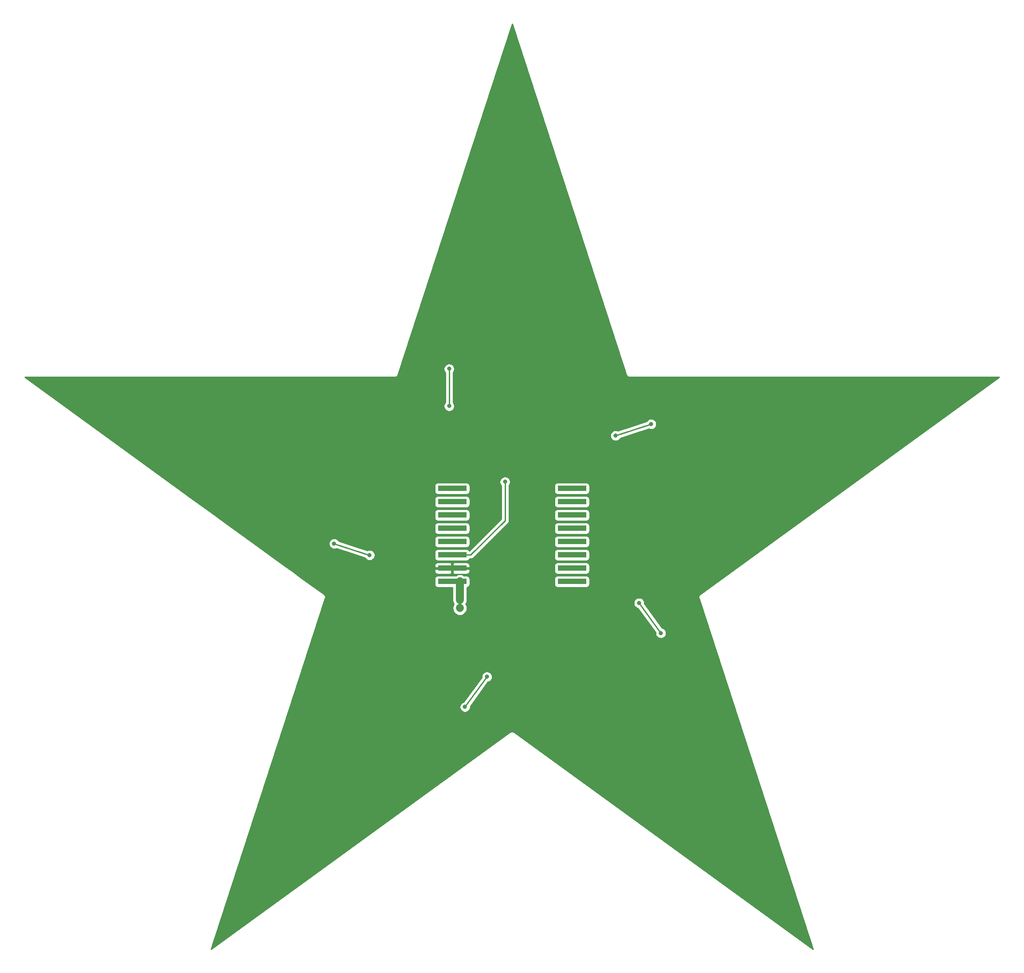
<source format=gbr>
%TF.GenerationSoftware,KiCad,Pcbnew,5.1.12-84ad8e8a86~92~ubuntu20.04.1*%
%TF.CreationDate,2021-11-29T16:52:28+01:00*%
%TF.ProjectId,RGBchristmasStar,52474263-6872-4697-9374-6d6173537461,rev?*%
%TF.SameCoordinates,Original*%
%TF.FileFunction,Copper,L2,Bot*%
%TF.FilePolarity,Positive*%
%FSLAX46Y46*%
G04 Gerber Fmt 4.6, Leading zero omitted, Abs format (unit mm)*
G04 Created by KiCad (PCBNEW 5.1.12-84ad8e8a86~92~ubuntu20.04.1) date 2021-11-29 16:52:28*
%MOMM*%
%LPD*%
G01*
G04 APERTURE LIST*
%TA.AperFunction,SMDPad,CuDef*%
%ADD10R,5.500000X1.000000*%
%TD*%
%TA.AperFunction,ViaPad*%
%ADD11C,0.800000*%
%TD*%
%TA.AperFunction,Conductor*%
%ADD12C,1.500000*%
%TD*%
%TA.AperFunction,Conductor*%
%ADD13C,0.250000*%
%TD*%
%TA.AperFunction,Conductor*%
%ADD14C,0.254000*%
%TD*%
%TA.AperFunction,Conductor*%
%ADD15C,0.100000*%
%TD*%
G04 APERTURE END LIST*
D10*
%TO.P,U1,16*%
%TO.N,Net-(U1-Pad16)*%
X96570000Y-104050000D03*
%TO.P,U1,15*%
%TO.N,Net-(U1-Pad15)*%
X96570000Y-106590000D03*
%TO.P,U1,14*%
%TO.N,Net-(U1-Pad14)*%
X96570000Y-109130000D03*
%TO.P,U1,13*%
%TO.N,Net-(U1-Pad13)*%
X96570000Y-111670000D03*
%TO.P,U1,12*%
%TO.N,Net-(U1-Pad12)*%
X96570000Y-114210000D03*
%TO.P,U1,11*%
%TO.N,Din*%
X96570000Y-116750000D03*
%TO.P,U1,10*%
%TO.N,GND*%
X96570000Y-119290000D03*
%TO.P,U1,9*%
%TO.N,+5V*%
X96570000Y-121830000D03*
%TO.P,U1,8*%
%TO.N,Net-(U1-Pad8)*%
X119430000Y-121830000D03*
%TO.P,U1,7*%
%TO.N,Net-(U1-Pad7)*%
X119430000Y-119290000D03*
%TO.P,U1,6*%
%TO.N,Net-(U1-Pad6)*%
X119430000Y-116750000D03*
%TO.P,U1,5*%
%TO.N,Net-(U1-Pad5)*%
X119430000Y-114210000D03*
%TO.P,U1,4*%
%TO.N,Net-(U1-Pad4)*%
X119430000Y-111670000D03*
%TO.P,U1,3*%
%TO.N,Net-(U1-Pad3)*%
X119430000Y-109130000D03*
%TO.P,U1,2*%
%TO.N,Net-(U1-Pad2)*%
X119430000Y-106590000D03*
%TO.P,U1,1*%
%TO.N,Net-(U1-Pad1)*%
X119430000Y-104050000D03*
%TD*%
D11*
%TO.N,GND*%
X111406000Y-134340000D03*
X111378000Y-138940000D03*
X104594000Y-81500000D03*
X104622000Y-76900000D03*
X104594000Y-70070000D03*
X104622000Y-65470000D03*
X104594000Y-58640000D03*
X104622000Y-54040000D03*
X103870000Y-115884000D03*
X108470000Y-115912000D03*
X103870000Y-103184000D03*
X108470000Y-103212000D03*
X72623000Y-105057155D03*
X89513812Y-144191052D03*
X131951907Y-140219975D03*
X141289281Y-98631818D03*
X55248056Y-99441135D03*
X78803506Y-158980160D03*
X142707518Y-154976167D03*
X158646920Y-92962538D03*
X61752424Y-101525091D03*
X82795426Y-153438116D03*
X138670292Y-149467039D03*
X152159857Y-95099753D03*
X50881848Y-97993027D03*
X76077041Y-162685181D03*
X145388678Y-158714103D03*
X163030433Y-91567689D03*
X76989208Y-106505263D03*
X92240276Y-140486032D03*
X129270747Y-136482039D03*
X136905768Y-100026666D03*
X66118632Y-102973199D03*
X85521891Y-149733096D03*
X135989133Y-145729103D03*
X147776344Y-96494602D03*
X129348058Y-116355124D03*
X117787825Y-93733581D03*
X92701151Y-97737574D03*
X88756966Y-122833721D03*
X133714265Y-117803232D03*
X120514290Y-90028561D03*
X90019991Y-93999638D03*
X84373453Y-124228570D03*
%TO.N,+5V*%
X98024000Y-126910000D03*
X98024000Y-125386000D03*
X98024000Y-123862000D03*
%TO.N,Din*%
X106660000Y-102780000D03*
%TO.N,Net-(D3-Pad2)*%
X99017227Y-145792956D03*
X103197556Y-140039227D03*
%TO.N,Net-(D7-Pad2)*%
X74036216Y-114590456D03*
X80800130Y-116788185D03*
%TO.N,Net-(D11-Pad2)*%
X95992000Y-81190000D03*
X95992000Y-88302000D03*
%TO.N,Net-(D15-Pad2)*%
X134542432Y-91749883D03*
X127778518Y-93947612D03*
%TO.N,Net-(D19-Pad2)*%
X136412125Y-131676705D03*
X132231796Y-125922976D03*
%TD*%
D12*
%TO.N,+5V*%
X98024000Y-121830000D02*
X98024000Y-123862000D01*
X98024000Y-126910000D02*
X98024000Y-126910000D01*
X98024000Y-125386000D02*
X98024000Y-123862000D01*
X98024000Y-123862000D02*
X98024000Y-122338000D01*
D13*
%TO.N,Din*%
X106660000Y-110210000D02*
X106660000Y-102780000D01*
X100120000Y-116750000D02*
X106660000Y-110210000D01*
X98220000Y-116750000D02*
X100120000Y-116750000D01*
%TO.N,Net-(D3-Pad2)*%
X99017227Y-145792956D02*
X103197556Y-140039227D01*
%TO.N,Net-(D7-Pad2)*%
X74036216Y-114590456D02*
X80800130Y-116788185D01*
%TO.N,Net-(D11-Pad2)*%
X95992000Y-81190000D02*
X95992000Y-88302000D01*
%TO.N,Net-(D15-Pad2)*%
X134542432Y-91749883D02*
X127778518Y-93947612D01*
%TO.N,Net-(D19-Pad2)*%
X136412125Y-131676705D02*
X132231796Y-125922976D01*
%TD*%
D14*
%TO.N,GND*%
X129794327Y-82333851D02*
X129811310Y-82389826D01*
X129829711Y-82424249D01*
X129845357Y-82460022D01*
X129860289Y-82481449D01*
X129872601Y-82504480D01*
X129897367Y-82534654D01*
X129919689Y-82566685D01*
X129938517Y-82584790D01*
X129955083Y-82604973D01*
X129985253Y-82629730D01*
X130013401Y-82656797D01*
X130035403Y-82670883D01*
X130055586Y-82687445D01*
X130090007Y-82705841D01*
X130122893Y-82726895D01*
X130147220Y-82736418D01*
X130170246Y-82748724D01*
X130207595Y-82760052D01*
X130243957Y-82774286D01*
X130269669Y-82778879D01*
X130294658Y-82786458D01*
X130333510Y-82790283D01*
X130371939Y-82797147D01*
X130430446Y-82796001D01*
X200969444Y-82792396D01*
X143900050Y-124251282D01*
X143852071Y-124284726D01*
X143825025Y-124312858D01*
X143795831Y-124338798D01*
X143780062Y-124359627D01*
X143761969Y-124378447D01*
X143740932Y-124411314D01*
X143717358Y-124442453D01*
X143705953Y-124465963D01*
X143691882Y-124487947D01*
X143677665Y-124524278D01*
X143660615Y-124559424D01*
X143654016Y-124584709D01*
X143644504Y-124609015D01*
X143637647Y-124647426D01*
X143627783Y-124685219D01*
X143626243Y-124711305D01*
X143621656Y-124737000D01*
X143622424Y-124776009D01*
X143620122Y-124815001D01*
X143623700Y-124840880D01*
X143624214Y-124866982D01*
X143632581Y-124905107D01*
X143637929Y-124943784D01*
X143657113Y-124999114D01*
X165458276Y-192084533D01*
X108393153Y-150619838D01*
X108346488Y-150584518D01*
X108311366Y-150567485D01*
X108277682Y-150547740D01*
X108253009Y-150539183D01*
X108229511Y-150527787D01*
X108191731Y-150517930D01*
X108154852Y-150505140D01*
X108128988Y-150501561D01*
X108103713Y-150494967D01*
X108064738Y-150492671D01*
X108026071Y-150487320D01*
X108000002Y-150488856D01*
X107973929Y-150487320D01*
X107935252Y-150492672D01*
X107896288Y-150494968D01*
X107871021Y-150501560D01*
X107845148Y-150505140D01*
X107808261Y-150517933D01*
X107770490Y-150527787D01*
X107746996Y-150539181D01*
X107722317Y-150547740D01*
X107688629Y-150567487D01*
X107653512Y-150584518D01*
X107606873Y-150619819D01*
X50541722Y-192084535D01*
X65618512Y-145691017D01*
X97982227Y-145691017D01*
X97982227Y-145894895D01*
X98022001Y-146094854D01*
X98100022Y-146283212D01*
X98213290Y-146452730D01*
X98357453Y-146596893D01*
X98526971Y-146710161D01*
X98715329Y-146788182D01*
X98915288Y-146827956D01*
X99119166Y-146827956D01*
X99319125Y-146788182D01*
X99507483Y-146710161D01*
X99677001Y-146596893D01*
X99821164Y-146452730D01*
X99934432Y-146283212D01*
X100012453Y-146094854D01*
X100052227Y-145894895D01*
X100052227Y-145691017D01*
X100047600Y-145667757D01*
X103399439Y-141054347D01*
X103499454Y-141034453D01*
X103687812Y-140956432D01*
X103857330Y-140843164D01*
X104001493Y-140699001D01*
X104114761Y-140529483D01*
X104192782Y-140341125D01*
X104232556Y-140141166D01*
X104232556Y-139937288D01*
X104192782Y-139737329D01*
X104114761Y-139548971D01*
X104001493Y-139379453D01*
X103857330Y-139235290D01*
X103687812Y-139122022D01*
X103499454Y-139044001D01*
X103299495Y-139004227D01*
X103095617Y-139004227D01*
X102895658Y-139044001D01*
X102707300Y-139122022D01*
X102537782Y-139235290D01*
X102393619Y-139379453D01*
X102280351Y-139548971D01*
X102202330Y-139737329D01*
X102162556Y-139937288D01*
X102162556Y-140141166D01*
X102167182Y-140164425D01*
X98815344Y-144777836D01*
X98715329Y-144797730D01*
X98526971Y-144875751D01*
X98357453Y-144989019D01*
X98213290Y-145133182D01*
X98100022Y-145302700D01*
X98022001Y-145491058D01*
X97982227Y-145691017D01*
X65618512Y-145691017D01*
X72342893Y-124999100D01*
X72362071Y-124943784D01*
X72367419Y-124905110D01*
X72375786Y-124866983D01*
X72376300Y-124840880D01*
X72379878Y-124815001D01*
X72377576Y-124776009D01*
X72378344Y-124737000D01*
X72373757Y-124711305D01*
X72372217Y-124685218D01*
X72362353Y-124647423D01*
X72355496Y-124609015D01*
X72345985Y-124584711D01*
X72339385Y-124559423D01*
X72322333Y-124524273D01*
X72308118Y-124487947D01*
X72294049Y-124465966D01*
X72282642Y-124442452D01*
X72259063Y-124411305D01*
X72238031Y-124378447D01*
X72219945Y-124359635D01*
X72204170Y-124338797D01*
X72174965Y-124312848D01*
X72147929Y-124284726D01*
X72099984Y-124251306D01*
X68078720Y-121330000D01*
X93181928Y-121330000D01*
X93181928Y-122330000D01*
X93194188Y-122454482D01*
X93230498Y-122574180D01*
X93289463Y-122684494D01*
X93368815Y-122781185D01*
X93465506Y-122860537D01*
X93575820Y-122919502D01*
X93695518Y-122955812D01*
X93820000Y-122968072D01*
X96639000Y-122968072D01*
X96639000Y-125454036D01*
X96659040Y-125657506D01*
X96738236Y-125918580D01*
X96860863Y-126148000D01*
X96738236Y-126377419D01*
X96659040Y-126638493D01*
X96632299Y-126910000D01*
X96659040Y-127181507D01*
X96738236Y-127442581D01*
X96866843Y-127683188D01*
X97039919Y-127894081D01*
X97250812Y-128067157D01*
X97491419Y-128195764D01*
X97752493Y-128274960D01*
X97955963Y-128295000D01*
X98092037Y-128295000D01*
X98295507Y-128274960D01*
X98556581Y-128195764D01*
X98797188Y-128067157D01*
X99008081Y-127894081D01*
X99181157Y-127683188D01*
X99309764Y-127442581D01*
X99388960Y-127181507D01*
X99415701Y-126910000D01*
X99388960Y-126638493D01*
X99309764Y-126377419D01*
X99187137Y-126148000D01*
X99309764Y-125918581D01*
X99339353Y-125821037D01*
X131196796Y-125821037D01*
X131196796Y-126024915D01*
X131236570Y-126224874D01*
X131314591Y-126413232D01*
X131427859Y-126582750D01*
X131572022Y-126726913D01*
X131741540Y-126840181D01*
X131929898Y-126918202D01*
X132029913Y-126938096D01*
X135381751Y-131551507D01*
X135377125Y-131574766D01*
X135377125Y-131778644D01*
X135416899Y-131978603D01*
X135494920Y-132166961D01*
X135608188Y-132336479D01*
X135752351Y-132480642D01*
X135921869Y-132593910D01*
X136110227Y-132671931D01*
X136310186Y-132711705D01*
X136514064Y-132711705D01*
X136714023Y-132671931D01*
X136902381Y-132593910D01*
X137071899Y-132480642D01*
X137216062Y-132336479D01*
X137329330Y-132166961D01*
X137407351Y-131978603D01*
X137447125Y-131778644D01*
X137447125Y-131574766D01*
X137407351Y-131374807D01*
X137329330Y-131186449D01*
X137216062Y-131016931D01*
X137071899Y-130872768D01*
X136902381Y-130759500D01*
X136714023Y-130681479D01*
X136614008Y-130661585D01*
X133262169Y-126048175D01*
X133266796Y-126024915D01*
X133266796Y-125821037D01*
X133227022Y-125621078D01*
X133149001Y-125432720D01*
X133035733Y-125263202D01*
X132891570Y-125119039D01*
X132722052Y-125005771D01*
X132533694Y-124927750D01*
X132333735Y-124887976D01*
X132129857Y-124887976D01*
X131929898Y-124927750D01*
X131741540Y-125005771D01*
X131572022Y-125119039D01*
X131427859Y-125263202D01*
X131314591Y-125432720D01*
X131236570Y-125621078D01*
X131196796Y-125821037D01*
X99339353Y-125821037D01*
X99388960Y-125657507D01*
X99409000Y-125454037D01*
X99409000Y-122959307D01*
X99444482Y-122955812D01*
X99564180Y-122919502D01*
X99674494Y-122860537D01*
X99771185Y-122781185D01*
X99850537Y-122684494D01*
X99909502Y-122574180D01*
X99945812Y-122454482D01*
X99958072Y-122330000D01*
X99958072Y-121330000D01*
X116041928Y-121330000D01*
X116041928Y-122330000D01*
X116054188Y-122454482D01*
X116090498Y-122574180D01*
X116149463Y-122684494D01*
X116228815Y-122781185D01*
X116325506Y-122860537D01*
X116435820Y-122919502D01*
X116555518Y-122955812D01*
X116680000Y-122968072D01*
X122180000Y-122968072D01*
X122304482Y-122955812D01*
X122424180Y-122919502D01*
X122534494Y-122860537D01*
X122631185Y-122781185D01*
X122710537Y-122684494D01*
X122769502Y-122574180D01*
X122805812Y-122454482D01*
X122818072Y-122330000D01*
X122818072Y-121330000D01*
X122805812Y-121205518D01*
X122769502Y-121085820D01*
X122710537Y-120975506D01*
X122631185Y-120878815D01*
X122534494Y-120799463D01*
X122424180Y-120740498D01*
X122304482Y-120704188D01*
X122180000Y-120691928D01*
X116680000Y-120691928D01*
X116555518Y-120704188D01*
X116435820Y-120740498D01*
X116325506Y-120799463D01*
X116228815Y-120878815D01*
X116149463Y-120975506D01*
X116090498Y-121085820D01*
X116054188Y-121205518D01*
X116041928Y-121330000D01*
X99958072Y-121330000D01*
X99945812Y-121205518D01*
X99909502Y-121085820D01*
X99850537Y-120975506D01*
X99771185Y-120878815D01*
X99674494Y-120799463D01*
X99564180Y-120740498D01*
X99444482Y-120704188D01*
X99320000Y-120691928D01*
X98820442Y-120691928D01*
X98797187Y-120672843D01*
X98556580Y-120544236D01*
X98295506Y-120465040D01*
X98024000Y-120438299D01*
X97752493Y-120465040D01*
X97491419Y-120544236D01*
X97250812Y-120672843D01*
X97227557Y-120691928D01*
X93820000Y-120691928D01*
X93695518Y-120704188D01*
X93575820Y-120740498D01*
X93465506Y-120799463D01*
X93368815Y-120878815D01*
X93289463Y-120975506D01*
X93230498Y-121085820D01*
X93194188Y-121205518D01*
X93181928Y-121330000D01*
X68078720Y-121330000D01*
X65958864Y-119790000D01*
X93181928Y-119790000D01*
X93194188Y-119914482D01*
X93230498Y-120034180D01*
X93289463Y-120144494D01*
X93368815Y-120241185D01*
X93465506Y-120320537D01*
X93575820Y-120379502D01*
X93695518Y-120415812D01*
X93820000Y-120428072D01*
X96284250Y-120425000D01*
X96443000Y-120266250D01*
X96443000Y-119417000D01*
X96697000Y-119417000D01*
X96697000Y-120266250D01*
X96855750Y-120425000D01*
X99320000Y-120428072D01*
X99444482Y-120415812D01*
X99564180Y-120379502D01*
X99674494Y-120320537D01*
X99771185Y-120241185D01*
X99850537Y-120144494D01*
X99909502Y-120034180D01*
X99945812Y-119914482D01*
X99958072Y-119790000D01*
X99955000Y-119575750D01*
X99796250Y-119417000D01*
X96697000Y-119417000D01*
X96443000Y-119417000D01*
X93343750Y-119417000D01*
X93185000Y-119575750D01*
X93181928Y-119790000D01*
X65958864Y-119790000D01*
X64582335Y-118790000D01*
X93181928Y-118790000D01*
X93185000Y-119004250D01*
X93343750Y-119163000D01*
X96443000Y-119163000D01*
X96443000Y-118313750D01*
X96697000Y-118313750D01*
X96697000Y-119163000D01*
X99796250Y-119163000D01*
X99955000Y-119004250D01*
X99958072Y-118790000D01*
X116041928Y-118790000D01*
X116041928Y-119790000D01*
X116054188Y-119914482D01*
X116090498Y-120034180D01*
X116149463Y-120144494D01*
X116228815Y-120241185D01*
X116325506Y-120320537D01*
X116435820Y-120379502D01*
X116555518Y-120415812D01*
X116680000Y-120428072D01*
X122180000Y-120428072D01*
X122304482Y-120415812D01*
X122424180Y-120379502D01*
X122534494Y-120320537D01*
X122631185Y-120241185D01*
X122710537Y-120144494D01*
X122769502Y-120034180D01*
X122805812Y-119914482D01*
X122818072Y-119790000D01*
X122818072Y-118790000D01*
X122805812Y-118665518D01*
X122769502Y-118545820D01*
X122710537Y-118435506D01*
X122631185Y-118338815D01*
X122534494Y-118259463D01*
X122424180Y-118200498D01*
X122304482Y-118164188D01*
X122180000Y-118151928D01*
X116680000Y-118151928D01*
X116555518Y-118164188D01*
X116435820Y-118200498D01*
X116325506Y-118259463D01*
X116228815Y-118338815D01*
X116149463Y-118435506D01*
X116090498Y-118545820D01*
X116054188Y-118665518D01*
X116041928Y-118790000D01*
X99958072Y-118790000D01*
X99945812Y-118665518D01*
X99909502Y-118545820D01*
X99850537Y-118435506D01*
X99771185Y-118338815D01*
X99674494Y-118259463D01*
X99564180Y-118200498D01*
X99444482Y-118164188D01*
X99320000Y-118151928D01*
X96855750Y-118155000D01*
X96697000Y-118313750D01*
X96443000Y-118313750D01*
X96284250Y-118155000D01*
X93820000Y-118151928D01*
X93695518Y-118164188D01*
X93575820Y-118200498D01*
X93465506Y-118259463D01*
X93368815Y-118338815D01*
X93289463Y-118435506D01*
X93230498Y-118545820D01*
X93194188Y-118665518D01*
X93181928Y-118790000D01*
X64582335Y-118790000D01*
X58661214Y-114488517D01*
X73001216Y-114488517D01*
X73001216Y-114692395D01*
X73040990Y-114892354D01*
X73119011Y-115080712D01*
X73232279Y-115250230D01*
X73376442Y-115394393D01*
X73545960Y-115507661D01*
X73734318Y-115585682D01*
X73934277Y-115625456D01*
X74138155Y-115625456D01*
X74338114Y-115585682D01*
X74470732Y-115530749D01*
X79892174Y-117292283D01*
X79996193Y-117447959D01*
X80140356Y-117592122D01*
X80309874Y-117705390D01*
X80498232Y-117783411D01*
X80698191Y-117823185D01*
X80902069Y-117823185D01*
X81102028Y-117783411D01*
X81290386Y-117705390D01*
X81459904Y-117592122D01*
X81604067Y-117447959D01*
X81717335Y-117278441D01*
X81795356Y-117090083D01*
X81835130Y-116890124D01*
X81835130Y-116686246D01*
X81795356Y-116486287D01*
X81717335Y-116297929D01*
X81685310Y-116250000D01*
X93181928Y-116250000D01*
X93181928Y-117250000D01*
X93194188Y-117374482D01*
X93230498Y-117494180D01*
X93289463Y-117604494D01*
X93368815Y-117701185D01*
X93465506Y-117780537D01*
X93575820Y-117839502D01*
X93695518Y-117875812D01*
X93820000Y-117888072D01*
X99320000Y-117888072D01*
X99444482Y-117875812D01*
X99564180Y-117839502D01*
X99674494Y-117780537D01*
X99771185Y-117701185D01*
X99850537Y-117604494D01*
X99901046Y-117510000D01*
X100082678Y-117510000D01*
X100120000Y-117513676D01*
X100157322Y-117510000D01*
X100157333Y-117510000D01*
X100268986Y-117499003D01*
X100412247Y-117455546D01*
X100544276Y-117384974D01*
X100660001Y-117290001D01*
X100683804Y-117260997D01*
X101694801Y-116250000D01*
X116041928Y-116250000D01*
X116041928Y-117250000D01*
X116054188Y-117374482D01*
X116090498Y-117494180D01*
X116149463Y-117604494D01*
X116228815Y-117701185D01*
X116325506Y-117780537D01*
X116435820Y-117839502D01*
X116555518Y-117875812D01*
X116680000Y-117888072D01*
X122180000Y-117888072D01*
X122304482Y-117875812D01*
X122424180Y-117839502D01*
X122534494Y-117780537D01*
X122631185Y-117701185D01*
X122710537Y-117604494D01*
X122769502Y-117494180D01*
X122805812Y-117374482D01*
X122818072Y-117250000D01*
X122818072Y-116250000D01*
X122805812Y-116125518D01*
X122769502Y-116005820D01*
X122710537Y-115895506D01*
X122631185Y-115798815D01*
X122534494Y-115719463D01*
X122424180Y-115660498D01*
X122304482Y-115624188D01*
X122180000Y-115611928D01*
X116680000Y-115611928D01*
X116555518Y-115624188D01*
X116435820Y-115660498D01*
X116325506Y-115719463D01*
X116228815Y-115798815D01*
X116149463Y-115895506D01*
X116090498Y-116005820D01*
X116054188Y-116125518D01*
X116041928Y-116250000D01*
X101694801Y-116250000D01*
X104234801Y-113710000D01*
X116041928Y-113710000D01*
X116041928Y-114710000D01*
X116054188Y-114834482D01*
X116090498Y-114954180D01*
X116149463Y-115064494D01*
X116228815Y-115161185D01*
X116325506Y-115240537D01*
X116435820Y-115299502D01*
X116555518Y-115335812D01*
X116680000Y-115348072D01*
X122180000Y-115348072D01*
X122304482Y-115335812D01*
X122424180Y-115299502D01*
X122534494Y-115240537D01*
X122631185Y-115161185D01*
X122710537Y-115064494D01*
X122769502Y-114954180D01*
X122805812Y-114834482D01*
X122818072Y-114710000D01*
X122818072Y-113710000D01*
X122805812Y-113585518D01*
X122769502Y-113465820D01*
X122710537Y-113355506D01*
X122631185Y-113258815D01*
X122534494Y-113179463D01*
X122424180Y-113120498D01*
X122304482Y-113084188D01*
X122180000Y-113071928D01*
X116680000Y-113071928D01*
X116555518Y-113084188D01*
X116435820Y-113120498D01*
X116325506Y-113179463D01*
X116228815Y-113258815D01*
X116149463Y-113355506D01*
X116090498Y-113465820D01*
X116054188Y-113585518D01*
X116041928Y-113710000D01*
X104234801Y-113710000D01*
X106774801Y-111170000D01*
X116041928Y-111170000D01*
X116041928Y-112170000D01*
X116054188Y-112294482D01*
X116090498Y-112414180D01*
X116149463Y-112524494D01*
X116228815Y-112621185D01*
X116325506Y-112700537D01*
X116435820Y-112759502D01*
X116555518Y-112795812D01*
X116680000Y-112808072D01*
X122180000Y-112808072D01*
X122304482Y-112795812D01*
X122424180Y-112759502D01*
X122534494Y-112700537D01*
X122631185Y-112621185D01*
X122710537Y-112524494D01*
X122769502Y-112414180D01*
X122805812Y-112294482D01*
X122818072Y-112170000D01*
X122818072Y-111170000D01*
X122805812Y-111045518D01*
X122769502Y-110925820D01*
X122710537Y-110815506D01*
X122631185Y-110718815D01*
X122534494Y-110639463D01*
X122424180Y-110580498D01*
X122304482Y-110544188D01*
X122180000Y-110531928D01*
X116680000Y-110531928D01*
X116555518Y-110544188D01*
X116435820Y-110580498D01*
X116325506Y-110639463D01*
X116228815Y-110718815D01*
X116149463Y-110815506D01*
X116090498Y-110925820D01*
X116054188Y-111045518D01*
X116041928Y-111170000D01*
X106774801Y-111170000D01*
X107171004Y-110773798D01*
X107200001Y-110750001D01*
X107294974Y-110634276D01*
X107365546Y-110502247D01*
X107409003Y-110358986D01*
X107420000Y-110247333D01*
X107420000Y-110247325D01*
X107423676Y-110210000D01*
X107420000Y-110172675D01*
X107420000Y-108630000D01*
X116041928Y-108630000D01*
X116041928Y-109630000D01*
X116054188Y-109754482D01*
X116090498Y-109874180D01*
X116149463Y-109984494D01*
X116228815Y-110081185D01*
X116325506Y-110160537D01*
X116435820Y-110219502D01*
X116555518Y-110255812D01*
X116680000Y-110268072D01*
X122180000Y-110268072D01*
X122304482Y-110255812D01*
X122424180Y-110219502D01*
X122534494Y-110160537D01*
X122631185Y-110081185D01*
X122710537Y-109984494D01*
X122769502Y-109874180D01*
X122805812Y-109754482D01*
X122818072Y-109630000D01*
X122818072Y-108630000D01*
X122805812Y-108505518D01*
X122769502Y-108385820D01*
X122710537Y-108275506D01*
X122631185Y-108178815D01*
X122534494Y-108099463D01*
X122424180Y-108040498D01*
X122304482Y-108004188D01*
X122180000Y-107991928D01*
X116680000Y-107991928D01*
X116555518Y-108004188D01*
X116435820Y-108040498D01*
X116325506Y-108099463D01*
X116228815Y-108178815D01*
X116149463Y-108275506D01*
X116090498Y-108385820D01*
X116054188Y-108505518D01*
X116041928Y-108630000D01*
X107420000Y-108630000D01*
X107420000Y-106090000D01*
X116041928Y-106090000D01*
X116041928Y-107090000D01*
X116054188Y-107214482D01*
X116090498Y-107334180D01*
X116149463Y-107444494D01*
X116228815Y-107541185D01*
X116325506Y-107620537D01*
X116435820Y-107679502D01*
X116555518Y-107715812D01*
X116680000Y-107728072D01*
X122180000Y-107728072D01*
X122304482Y-107715812D01*
X122424180Y-107679502D01*
X122534494Y-107620537D01*
X122631185Y-107541185D01*
X122710537Y-107444494D01*
X122769502Y-107334180D01*
X122805812Y-107214482D01*
X122818072Y-107090000D01*
X122818072Y-106090000D01*
X122805812Y-105965518D01*
X122769502Y-105845820D01*
X122710537Y-105735506D01*
X122631185Y-105638815D01*
X122534494Y-105559463D01*
X122424180Y-105500498D01*
X122304482Y-105464188D01*
X122180000Y-105451928D01*
X116680000Y-105451928D01*
X116555518Y-105464188D01*
X116435820Y-105500498D01*
X116325506Y-105559463D01*
X116228815Y-105638815D01*
X116149463Y-105735506D01*
X116090498Y-105845820D01*
X116054188Y-105965518D01*
X116041928Y-106090000D01*
X107420000Y-106090000D01*
X107420000Y-103550000D01*
X116041928Y-103550000D01*
X116041928Y-104550000D01*
X116054188Y-104674482D01*
X116090498Y-104794180D01*
X116149463Y-104904494D01*
X116228815Y-105001185D01*
X116325506Y-105080537D01*
X116435820Y-105139502D01*
X116555518Y-105175812D01*
X116680000Y-105188072D01*
X122180000Y-105188072D01*
X122304482Y-105175812D01*
X122424180Y-105139502D01*
X122534494Y-105080537D01*
X122631185Y-105001185D01*
X122710537Y-104904494D01*
X122769502Y-104794180D01*
X122805812Y-104674482D01*
X122818072Y-104550000D01*
X122818072Y-103550000D01*
X122805812Y-103425518D01*
X122769502Y-103305820D01*
X122710537Y-103195506D01*
X122631185Y-103098815D01*
X122534494Y-103019463D01*
X122424180Y-102960498D01*
X122304482Y-102924188D01*
X122180000Y-102911928D01*
X116680000Y-102911928D01*
X116555518Y-102924188D01*
X116435820Y-102960498D01*
X116325506Y-103019463D01*
X116228815Y-103098815D01*
X116149463Y-103195506D01*
X116090498Y-103305820D01*
X116054188Y-103425518D01*
X116041928Y-103550000D01*
X107420000Y-103550000D01*
X107420000Y-103483711D01*
X107463937Y-103439774D01*
X107577205Y-103270256D01*
X107655226Y-103081898D01*
X107695000Y-102881939D01*
X107695000Y-102678061D01*
X107655226Y-102478102D01*
X107577205Y-102289744D01*
X107463937Y-102120226D01*
X107319774Y-101976063D01*
X107150256Y-101862795D01*
X106961898Y-101784774D01*
X106761939Y-101745000D01*
X106558061Y-101745000D01*
X106358102Y-101784774D01*
X106169744Y-101862795D01*
X106000226Y-101976063D01*
X105856063Y-102120226D01*
X105742795Y-102289744D01*
X105664774Y-102478102D01*
X105625000Y-102678061D01*
X105625000Y-102881939D01*
X105664774Y-103081898D01*
X105742795Y-103270256D01*
X105856063Y-103439774D01*
X105900001Y-103483712D01*
X105900000Y-109895198D01*
X99867660Y-115927539D01*
X99850537Y-115895506D01*
X99771185Y-115798815D01*
X99674494Y-115719463D01*
X99564180Y-115660498D01*
X99444482Y-115624188D01*
X99320000Y-115611928D01*
X93820000Y-115611928D01*
X93695518Y-115624188D01*
X93575820Y-115660498D01*
X93465506Y-115719463D01*
X93368815Y-115798815D01*
X93289463Y-115895506D01*
X93230498Y-116005820D01*
X93194188Y-116125518D01*
X93181928Y-116250000D01*
X81685310Y-116250000D01*
X81604067Y-116128411D01*
X81459904Y-115984248D01*
X81290386Y-115870980D01*
X81102028Y-115792959D01*
X80902069Y-115753185D01*
X80698191Y-115753185D01*
X80498232Y-115792959D01*
X80365615Y-115847891D01*
X74944172Y-114086358D01*
X74840153Y-113930682D01*
X74695990Y-113786519D01*
X74581471Y-113710000D01*
X93181928Y-113710000D01*
X93181928Y-114710000D01*
X93194188Y-114834482D01*
X93230498Y-114954180D01*
X93289463Y-115064494D01*
X93368815Y-115161185D01*
X93465506Y-115240537D01*
X93575820Y-115299502D01*
X93695518Y-115335812D01*
X93820000Y-115348072D01*
X99320000Y-115348072D01*
X99444482Y-115335812D01*
X99564180Y-115299502D01*
X99674494Y-115240537D01*
X99771185Y-115161185D01*
X99850537Y-115064494D01*
X99909502Y-114954180D01*
X99945812Y-114834482D01*
X99958072Y-114710000D01*
X99958072Y-113710000D01*
X99945812Y-113585518D01*
X99909502Y-113465820D01*
X99850537Y-113355506D01*
X99771185Y-113258815D01*
X99674494Y-113179463D01*
X99564180Y-113120498D01*
X99444482Y-113084188D01*
X99320000Y-113071928D01*
X93820000Y-113071928D01*
X93695518Y-113084188D01*
X93575820Y-113120498D01*
X93465506Y-113179463D01*
X93368815Y-113258815D01*
X93289463Y-113355506D01*
X93230498Y-113465820D01*
X93194188Y-113585518D01*
X93181928Y-113710000D01*
X74581471Y-113710000D01*
X74526472Y-113673251D01*
X74338114Y-113595230D01*
X74138155Y-113555456D01*
X73934277Y-113555456D01*
X73734318Y-113595230D01*
X73545960Y-113673251D01*
X73376442Y-113786519D01*
X73232279Y-113930682D01*
X73119011Y-114100200D01*
X73040990Y-114288558D01*
X73001216Y-114488517D01*
X58661214Y-114488517D01*
X54093177Y-111170000D01*
X93181928Y-111170000D01*
X93181928Y-112170000D01*
X93194188Y-112294482D01*
X93230498Y-112414180D01*
X93289463Y-112524494D01*
X93368815Y-112621185D01*
X93465506Y-112700537D01*
X93575820Y-112759502D01*
X93695518Y-112795812D01*
X93820000Y-112808072D01*
X99320000Y-112808072D01*
X99444482Y-112795812D01*
X99564180Y-112759502D01*
X99674494Y-112700537D01*
X99771185Y-112621185D01*
X99850537Y-112524494D01*
X99909502Y-112414180D01*
X99945812Y-112294482D01*
X99958072Y-112170000D01*
X99958072Y-111170000D01*
X99945812Y-111045518D01*
X99909502Y-110925820D01*
X99850537Y-110815506D01*
X99771185Y-110718815D01*
X99674494Y-110639463D01*
X99564180Y-110580498D01*
X99444482Y-110544188D01*
X99320000Y-110531928D01*
X93820000Y-110531928D01*
X93695518Y-110544188D01*
X93575820Y-110580498D01*
X93465506Y-110639463D01*
X93368815Y-110718815D01*
X93289463Y-110815506D01*
X93230498Y-110925820D01*
X93194188Y-111045518D01*
X93181928Y-111170000D01*
X54093177Y-111170000D01*
X50596791Y-108630000D01*
X93181928Y-108630000D01*
X93181928Y-109630000D01*
X93194188Y-109754482D01*
X93230498Y-109874180D01*
X93289463Y-109984494D01*
X93368815Y-110081185D01*
X93465506Y-110160537D01*
X93575820Y-110219502D01*
X93695518Y-110255812D01*
X93820000Y-110268072D01*
X99320000Y-110268072D01*
X99444482Y-110255812D01*
X99564180Y-110219502D01*
X99674494Y-110160537D01*
X99771185Y-110081185D01*
X99850537Y-109984494D01*
X99909502Y-109874180D01*
X99945812Y-109754482D01*
X99958072Y-109630000D01*
X99958072Y-108630000D01*
X99945812Y-108505518D01*
X99909502Y-108385820D01*
X99850537Y-108275506D01*
X99771185Y-108178815D01*
X99674494Y-108099463D01*
X99564180Y-108040498D01*
X99444482Y-108004188D01*
X99320000Y-107991928D01*
X93820000Y-107991928D01*
X93695518Y-108004188D01*
X93575820Y-108040498D01*
X93465506Y-108099463D01*
X93368815Y-108178815D01*
X93289463Y-108275506D01*
X93230498Y-108385820D01*
X93194188Y-108505518D01*
X93181928Y-108630000D01*
X50596791Y-108630000D01*
X47100405Y-106090000D01*
X93181928Y-106090000D01*
X93181928Y-107090000D01*
X93194188Y-107214482D01*
X93230498Y-107334180D01*
X93289463Y-107444494D01*
X93368815Y-107541185D01*
X93465506Y-107620537D01*
X93575820Y-107679502D01*
X93695518Y-107715812D01*
X93820000Y-107728072D01*
X99320000Y-107728072D01*
X99444482Y-107715812D01*
X99564180Y-107679502D01*
X99674494Y-107620537D01*
X99771185Y-107541185D01*
X99850537Y-107444494D01*
X99909502Y-107334180D01*
X99945812Y-107214482D01*
X99958072Y-107090000D01*
X99958072Y-106090000D01*
X99945812Y-105965518D01*
X99909502Y-105845820D01*
X99850537Y-105735506D01*
X99771185Y-105638815D01*
X99674494Y-105559463D01*
X99564180Y-105500498D01*
X99444482Y-105464188D01*
X99320000Y-105451928D01*
X93820000Y-105451928D01*
X93695518Y-105464188D01*
X93575820Y-105500498D01*
X93465506Y-105559463D01*
X93368815Y-105638815D01*
X93289463Y-105735506D01*
X93230498Y-105845820D01*
X93194188Y-105965518D01*
X93181928Y-106090000D01*
X47100405Y-106090000D01*
X43604019Y-103550000D01*
X93181928Y-103550000D01*
X93181928Y-104550000D01*
X93194188Y-104674482D01*
X93230498Y-104794180D01*
X93289463Y-104904494D01*
X93368815Y-105001185D01*
X93465506Y-105080537D01*
X93575820Y-105139502D01*
X93695518Y-105175812D01*
X93820000Y-105188072D01*
X99320000Y-105188072D01*
X99444482Y-105175812D01*
X99564180Y-105139502D01*
X99674494Y-105080537D01*
X99771185Y-105001185D01*
X99850537Y-104904494D01*
X99909502Y-104794180D01*
X99945812Y-104674482D01*
X99958072Y-104550000D01*
X99958072Y-103550000D01*
X99945812Y-103425518D01*
X99909502Y-103305820D01*
X99850537Y-103195506D01*
X99771185Y-103098815D01*
X99674494Y-103019463D01*
X99564180Y-102960498D01*
X99444482Y-102924188D01*
X99320000Y-102911928D01*
X93820000Y-102911928D01*
X93695518Y-102924188D01*
X93575820Y-102960498D01*
X93465506Y-103019463D01*
X93368815Y-103098815D01*
X93289463Y-103195506D01*
X93230498Y-103305820D01*
X93194188Y-103425518D01*
X93181928Y-103550000D01*
X43604019Y-103550000D01*
X30245723Y-93845673D01*
X126743518Y-93845673D01*
X126743518Y-94049551D01*
X126783292Y-94249510D01*
X126861313Y-94437868D01*
X126974581Y-94607386D01*
X127118744Y-94751549D01*
X127288262Y-94864817D01*
X127476620Y-94942838D01*
X127676579Y-94982612D01*
X127880457Y-94982612D01*
X128080416Y-94942838D01*
X128268774Y-94864817D01*
X128438292Y-94751549D01*
X128582455Y-94607386D01*
X128686474Y-94451710D01*
X134107917Y-92690177D01*
X134240534Y-92745109D01*
X134440493Y-92784883D01*
X134644371Y-92784883D01*
X134844330Y-92745109D01*
X135032688Y-92667088D01*
X135202206Y-92553820D01*
X135346369Y-92409657D01*
X135459637Y-92240139D01*
X135537658Y-92051781D01*
X135577432Y-91851822D01*
X135577432Y-91647944D01*
X135537658Y-91447985D01*
X135459637Y-91259627D01*
X135346369Y-91090109D01*
X135202206Y-90945946D01*
X135032688Y-90832678D01*
X134844330Y-90754657D01*
X134644371Y-90714883D01*
X134440493Y-90714883D01*
X134240534Y-90754657D01*
X134052176Y-90832678D01*
X133882658Y-90945946D01*
X133738495Y-91090109D01*
X133634476Y-91245785D01*
X128213034Y-93007319D01*
X128080416Y-92952386D01*
X127880457Y-92912612D01*
X127676579Y-92912612D01*
X127476620Y-92952386D01*
X127288262Y-93030407D01*
X127118744Y-93143675D01*
X126974581Y-93287838D01*
X126861313Y-93457356D01*
X126783292Y-93645714D01*
X126743518Y-93845673D01*
X30245723Y-93845673D01*
X15030555Y-82792396D01*
X85569531Y-82796001D01*
X85628060Y-82797147D01*
X85666488Y-82790283D01*
X85705342Y-82786458D01*
X85730333Y-82778878D01*
X85756042Y-82774286D01*
X85792401Y-82760053D01*
X85829754Y-82748724D01*
X85852783Y-82736416D01*
X85877106Y-82726895D01*
X85909987Y-82705844D01*
X85944414Y-82687445D01*
X85964600Y-82670880D01*
X85986598Y-82656797D01*
X86014745Y-82629732D01*
X86044916Y-82604973D01*
X86061483Y-82584789D01*
X86080310Y-82566685D01*
X86102629Y-82534658D01*
X86127399Y-82504480D01*
X86139711Y-82481448D01*
X86154642Y-82460023D01*
X86170288Y-82424249D01*
X86188689Y-82389826D01*
X86205679Y-82333831D01*
X86610383Y-81088061D01*
X94957000Y-81088061D01*
X94957000Y-81291939D01*
X94996774Y-81491898D01*
X95074795Y-81680256D01*
X95188063Y-81849774D01*
X95232000Y-81893711D01*
X95232001Y-87598288D01*
X95188063Y-87642226D01*
X95074795Y-87811744D01*
X94996774Y-88000102D01*
X94957000Y-88200061D01*
X94957000Y-88403939D01*
X94996774Y-88603898D01*
X95074795Y-88792256D01*
X95188063Y-88961774D01*
X95332226Y-89105937D01*
X95501744Y-89219205D01*
X95690102Y-89297226D01*
X95890061Y-89337000D01*
X96093939Y-89337000D01*
X96293898Y-89297226D01*
X96482256Y-89219205D01*
X96651774Y-89105937D01*
X96795937Y-88961774D01*
X96909205Y-88792256D01*
X96987226Y-88603898D01*
X97027000Y-88403939D01*
X97027000Y-88200061D01*
X96987226Y-88000102D01*
X96909205Y-87811744D01*
X96795937Y-87642226D01*
X96752000Y-87598289D01*
X96752000Y-81893711D01*
X96795937Y-81849774D01*
X96909205Y-81680256D01*
X96987226Y-81491898D01*
X97027000Y-81291939D01*
X97027000Y-81088061D01*
X96987226Y-80888102D01*
X96909205Y-80699744D01*
X96795937Y-80530226D01*
X96651774Y-80386063D01*
X96482256Y-80272795D01*
X96293898Y-80194774D01*
X96093939Y-80155000D01*
X95890061Y-80155000D01*
X95690102Y-80194774D01*
X95501744Y-80272795D01*
X95332226Y-80386063D01*
X95188063Y-80530226D01*
X95074795Y-80699744D01*
X94996774Y-80888102D01*
X94957000Y-81088061D01*
X86610383Y-81088061D01*
X108000000Y-15246141D01*
X129794327Y-82333851D01*
%TA.AperFunction,Conductor*%
D15*
G36*
X129794327Y-82333851D02*
G01*
X129811310Y-82389826D01*
X129829711Y-82424249D01*
X129845357Y-82460022D01*
X129860289Y-82481449D01*
X129872601Y-82504480D01*
X129897367Y-82534654D01*
X129919689Y-82566685D01*
X129938517Y-82584790D01*
X129955083Y-82604973D01*
X129985253Y-82629730D01*
X130013401Y-82656797D01*
X130035403Y-82670883D01*
X130055586Y-82687445D01*
X130090007Y-82705841D01*
X130122893Y-82726895D01*
X130147220Y-82736418D01*
X130170246Y-82748724D01*
X130207595Y-82760052D01*
X130243957Y-82774286D01*
X130269669Y-82778879D01*
X130294658Y-82786458D01*
X130333510Y-82790283D01*
X130371939Y-82797147D01*
X130430446Y-82796001D01*
X200969444Y-82792396D01*
X143900050Y-124251282D01*
X143852071Y-124284726D01*
X143825025Y-124312858D01*
X143795831Y-124338798D01*
X143780062Y-124359627D01*
X143761969Y-124378447D01*
X143740932Y-124411314D01*
X143717358Y-124442453D01*
X143705953Y-124465963D01*
X143691882Y-124487947D01*
X143677665Y-124524278D01*
X143660615Y-124559424D01*
X143654016Y-124584709D01*
X143644504Y-124609015D01*
X143637647Y-124647426D01*
X143627783Y-124685219D01*
X143626243Y-124711305D01*
X143621656Y-124737000D01*
X143622424Y-124776009D01*
X143620122Y-124815001D01*
X143623700Y-124840880D01*
X143624214Y-124866982D01*
X143632581Y-124905107D01*
X143637929Y-124943784D01*
X143657113Y-124999114D01*
X165458276Y-192084533D01*
X108393153Y-150619838D01*
X108346488Y-150584518D01*
X108311366Y-150567485D01*
X108277682Y-150547740D01*
X108253009Y-150539183D01*
X108229511Y-150527787D01*
X108191731Y-150517930D01*
X108154852Y-150505140D01*
X108128988Y-150501561D01*
X108103713Y-150494967D01*
X108064738Y-150492671D01*
X108026071Y-150487320D01*
X108000002Y-150488856D01*
X107973929Y-150487320D01*
X107935252Y-150492672D01*
X107896288Y-150494968D01*
X107871021Y-150501560D01*
X107845148Y-150505140D01*
X107808261Y-150517933D01*
X107770490Y-150527787D01*
X107746996Y-150539181D01*
X107722317Y-150547740D01*
X107688629Y-150567487D01*
X107653512Y-150584518D01*
X107606873Y-150619819D01*
X50541722Y-192084535D01*
X65618512Y-145691017D01*
X97982227Y-145691017D01*
X97982227Y-145894895D01*
X98022001Y-146094854D01*
X98100022Y-146283212D01*
X98213290Y-146452730D01*
X98357453Y-146596893D01*
X98526971Y-146710161D01*
X98715329Y-146788182D01*
X98915288Y-146827956D01*
X99119166Y-146827956D01*
X99319125Y-146788182D01*
X99507483Y-146710161D01*
X99677001Y-146596893D01*
X99821164Y-146452730D01*
X99934432Y-146283212D01*
X100012453Y-146094854D01*
X100052227Y-145894895D01*
X100052227Y-145691017D01*
X100047600Y-145667757D01*
X103399439Y-141054347D01*
X103499454Y-141034453D01*
X103687812Y-140956432D01*
X103857330Y-140843164D01*
X104001493Y-140699001D01*
X104114761Y-140529483D01*
X104192782Y-140341125D01*
X104232556Y-140141166D01*
X104232556Y-139937288D01*
X104192782Y-139737329D01*
X104114761Y-139548971D01*
X104001493Y-139379453D01*
X103857330Y-139235290D01*
X103687812Y-139122022D01*
X103499454Y-139044001D01*
X103299495Y-139004227D01*
X103095617Y-139004227D01*
X102895658Y-139044001D01*
X102707300Y-139122022D01*
X102537782Y-139235290D01*
X102393619Y-139379453D01*
X102280351Y-139548971D01*
X102202330Y-139737329D01*
X102162556Y-139937288D01*
X102162556Y-140141166D01*
X102167182Y-140164425D01*
X98815344Y-144777836D01*
X98715329Y-144797730D01*
X98526971Y-144875751D01*
X98357453Y-144989019D01*
X98213290Y-145133182D01*
X98100022Y-145302700D01*
X98022001Y-145491058D01*
X97982227Y-145691017D01*
X65618512Y-145691017D01*
X72342893Y-124999100D01*
X72362071Y-124943784D01*
X72367419Y-124905110D01*
X72375786Y-124866983D01*
X72376300Y-124840880D01*
X72379878Y-124815001D01*
X72377576Y-124776009D01*
X72378344Y-124737000D01*
X72373757Y-124711305D01*
X72372217Y-124685218D01*
X72362353Y-124647423D01*
X72355496Y-124609015D01*
X72345985Y-124584711D01*
X72339385Y-124559423D01*
X72322333Y-124524273D01*
X72308118Y-124487947D01*
X72294049Y-124465966D01*
X72282642Y-124442452D01*
X72259063Y-124411305D01*
X72238031Y-124378447D01*
X72219945Y-124359635D01*
X72204170Y-124338797D01*
X72174965Y-124312848D01*
X72147929Y-124284726D01*
X72099984Y-124251306D01*
X68078720Y-121330000D01*
X93181928Y-121330000D01*
X93181928Y-122330000D01*
X93194188Y-122454482D01*
X93230498Y-122574180D01*
X93289463Y-122684494D01*
X93368815Y-122781185D01*
X93465506Y-122860537D01*
X93575820Y-122919502D01*
X93695518Y-122955812D01*
X93820000Y-122968072D01*
X96639000Y-122968072D01*
X96639000Y-125454036D01*
X96659040Y-125657506D01*
X96738236Y-125918580D01*
X96860863Y-126148000D01*
X96738236Y-126377419D01*
X96659040Y-126638493D01*
X96632299Y-126910000D01*
X96659040Y-127181507D01*
X96738236Y-127442581D01*
X96866843Y-127683188D01*
X97039919Y-127894081D01*
X97250812Y-128067157D01*
X97491419Y-128195764D01*
X97752493Y-128274960D01*
X97955963Y-128295000D01*
X98092037Y-128295000D01*
X98295507Y-128274960D01*
X98556581Y-128195764D01*
X98797188Y-128067157D01*
X99008081Y-127894081D01*
X99181157Y-127683188D01*
X99309764Y-127442581D01*
X99388960Y-127181507D01*
X99415701Y-126910000D01*
X99388960Y-126638493D01*
X99309764Y-126377419D01*
X99187137Y-126148000D01*
X99309764Y-125918581D01*
X99339353Y-125821037D01*
X131196796Y-125821037D01*
X131196796Y-126024915D01*
X131236570Y-126224874D01*
X131314591Y-126413232D01*
X131427859Y-126582750D01*
X131572022Y-126726913D01*
X131741540Y-126840181D01*
X131929898Y-126918202D01*
X132029913Y-126938096D01*
X135381751Y-131551507D01*
X135377125Y-131574766D01*
X135377125Y-131778644D01*
X135416899Y-131978603D01*
X135494920Y-132166961D01*
X135608188Y-132336479D01*
X135752351Y-132480642D01*
X135921869Y-132593910D01*
X136110227Y-132671931D01*
X136310186Y-132711705D01*
X136514064Y-132711705D01*
X136714023Y-132671931D01*
X136902381Y-132593910D01*
X137071899Y-132480642D01*
X137216062Y-132336479D01*
X137329330Y-132166961D01*
X137407351Y-131978603D01*
X137447125Y-131778644D01*
X137447125Y-131574766D01*
X137407351Y-131374807D01*
X137329330Y-131186449D01*
X137216062Y-131016931D01*
X137071899Y-130872768D01*
X136902381Y-130759500D01*
X136714023Y-130681479D01*
X136614008Y-130661585D01*
X133262169Y-126048175D01*
X133266796Y-126024915D01*
X133266796Y-125821037D01*
X133227022Y-125621078D01*
X133149001Y-125432720D01*
X133035733Y-125263202D01*
X132891570Y-125119039D01*
X132722052Y-125005771D01*
X132533694Y-124927750D01*
X132333735Y-124887976D01*
X132129857Y-124887976D01*
X131929898Y-124927750D01*
X131741540Y-125005771D01*
X131572022Y-125119039D01*
X131427859Y-125263202D01*
X131314591Y-125432720D01*
X131236570Y-125621078D01*
X131196796Y-125821037D01*
X99339353Y-125821037D01*
X99388960Y-125657507D01*
X99409000Y-125454037D01*
X99409000Y-122959307D01*
X99444482Y-122955812D01*
X99564180Y-122919502D01*
X99674494Y-122860537D01*
X99771185Y-122781185D01*
X99850537Y-122684494D01*
X99909502Y-122574180D01*
X99945812Y-122454482D01*
X99958072Y-122330000D01*
X99958072Y-121330000D01*
X116041928Y-121330000D01*
X116041928Y-122330000D01*
X116054188Y-122454482D01*
X116090498Y-122574180D01*
X116149463Y-122684494D01*
X116228815Y-122781185D01*
X116325506Y-122860537D01*
X116435820Y-122919502D01*
X116555518Y-122955812D01*
X116680000Y-122968072D01*
X122180000Y-122968072D01*
X122304482Y-122955812D01*
X122424180Y-122919502D01*
X122534494Y-122860537D01*
X122631185Y-122781185D01*
X122710537Y-122684494D01*
X122769502Y-122574180D01*
X122805812Y-122454482D01*
X122818072Y-122330000D01*
X122818072Y-121330000D01*
X122805812Y-121205518D01*
X122769502Y-121085820D01*
X122710537Y-120975506D01*
X122631185Y-120878815D01*
X122534494Y-120799463D01*
X122424180Y-120740498D01*
X122304482Y-120704188D01*
X122180000Y-120691928D01*
X116680000Y-120691928D01*
X116555518Y-120704188D01*
X116435820Y-120740498D01*
X116325506Y-120799463D01*
X116228815Y-120878815D01*
X116149463Y-120975506D01*
X116090498Y-121085820D01*
X116054188Y-121205518D01*
X116041928Y-121330000D01*
X99958072Y-121330000D01*
X99945812Y-121205518D01*
X99909502Y-121085820D01*
X99850537Y-120975506D01*
X99771185Y-120878815D01*
X99674494Y-120799463D01*
X99564180Y-120740498D01*
X99444482Y-120704188D01*
X99320000Y-120691928D01*
X98820442Y-120691928D01*
X98797187Y-120672843D01*
X98556580Y-120544236D01*
X98295506Y-120465040D01*
X98024000Y-120438299D01*
X97752493Y-120465040D01*
X97491419Y-120544236D01*
X97250812Y-120672843D01*
X97227557Y-120691928D01*
X93820000Y-120691928D01*
X93695518Y-120704188D01*
X93575820Y-120740498D01*
X93465506Y-120799463D01*
X93368815Y-120878815D01*
X93289463Y-120975506D01*
X93230498Y-121085820D01*
X93194188Y-121205518D01*
X93181928Y-121330000D01*
X68078720Y-121330000D01*
X65958864Y-119790000D01*
X93181928Y-119790000D01*
X93194188Y-119914482D01*
X93230498Y-120034180D01*
X93289463Y-120144494D01*
X93368815Y-120241185D01*
X93465506Y-120320537D01*
X93575820Y-120379502D01*
X93695518Y-120415812D01*
X93820000Y-120428072D01*
X96284250Y-120425000D01*
X96443000Y-120266250D01*
X96443000Y-119417000D01*
X96697000Y-119417000D01*
X96697000Y-120266250D01*
X96855750Y-120425000D01*
X99320000Y-120428072D01*
X99444482Y-120415812D01*
X99564180Y-120379502D01*
X99674494Y-120320537D01*
X99771185Y-120241185D01*
X99850537Y-120144494D01*
X99909502Y-120034180D01*
X99945812Y-119914482D01*
X99958072Y-119790000D01*
X99955000Y-119575750D01*
X99796250Y-119417000D01*
X96697000Y-119417000D01*
X96443000Y-119417000D01*
X93343750Y-119417000D01*
X93185000Y-119575750D01*
X93181928Y-119790000D01*
X65958864Y-119790000D01*
X64582335Y-118790000D01*
X93181928Y-118790000D01*
X93185000Y-119004250D01*
X93343750Y-119163000D01*
X96443000Y-119163000D01*
X96443000Y-118313750D01*
X96697000Y-118313750D01*
X96697000Y-119163000D01*
X99796250Y-119163000D01*
X99955000Y-119004250D01*
X99958072Y-118790000D01*
X116041928Y-118790000D01*
X116041928Y-119790000D01*
X116054188Y-119914482D01*
X116090498Y-120034180D01*
X116149463Y-120144494D01*
X116228815Y-120241185D01*
X116325506Y-120320537D01*
X116435820Y-120379502D01*
X116555518Y-120415812D01*
X116680000Y-120428072D01*
X122180000Y-120428072D01*
X122304482Y-120415812D01*
X122424180Y-120379502D01*
X122534494Y-120320537D01*
X122631185Y-120241185D01*
X122710537Y-120144494D01*
X122769502Y-120034180D01*
X122805812Y-119914482D01*
X122818072Y-119790000D01*
X122818072Y-118790000D01*
X122805812Y-118665518D01*
X122769502Y-118545820D01*
X122710537Y-118435506D01*
X122631185Y-118338815D01*
X122534494Y-118259463D01*
X122424180Y-118200498D01*
X122304482Y-118164188D01*
X122180000Y-118151928D01*
X116680000Y-118151928D01*
X116555518Y-118164188D01*
X116435820Y-118200498D01*
X116325506Y-118259463D01*
X116228815Y-118338815D01*
X116149463Y-118435506D01*
X116090498Y-118545820D01*
X116054188Y-118665518D01*
X116041928Y-118790000D01*
X99958072Y-118790000D01*
X99945812Y-118665518D01*
X99909502Y-118545820D01*
X99850537Y-118435506D01*
X99771185Y-118338815D01*
X99674494Y-118259463D01*
X99564180Y-118200498D01*
X99444482Y-118164188D01*
X99320000Y-118151928D01*
X96855750Y-118155000D01*
X96697000Y-118313750D01*
X96443000Y-118313750D01*
X96284250Y-118155000D01*
X93820000Y-118151928D01*
X93695518Y-118164188D01*
X93575820Y-118200498D01*
X93465506Y-118259463D01*
X93368815Y-118338815D01*
X93289463Y-118435506D01*
X93230498Y-118545820D01*
X93194188Y-118665518D01*
X93181928Y-118790000D01*
X64582335Y-118790000D01*
X58661214Y-114488517D01*
X73001216Y-114488517D01*
X73001216Y-114692395D01*
X73040990Y-114892354D01*
X73119011Y-115080712D01*
X73232279Y-115250230D01*
X73376442Y-115394393D01*
X73545960Y-115507661D01*
X73734318Y-115585682D01*
X73934277Y-115625456D01*
X74138155Y-115625456D01*
X74338114Y-115585682D01*
X74470732Y-115530749D01*
X79892174Y-117292283D01*
X79996193Y-117447959D01*
X80140356Y-117592122D01*
X80309874Y-117705390D01*
X80498232Y-117783411D01*
X80698191Y-117823185D01*
X80902069Y-117823185D01*
X81102028Y-117783411D01*
X81290386Y-117705390D01*
X81459904Y-117592122D01*
X81604067Y-117447959D01*
X81717335Y-117278441D01*
X81795356Y-117090083D01*
X81835130Y-116890124D01*
X81835130Y-116686246D01*
X81795356Y-116486287D01*
X81717335Y-116297929D01*
X81685310Y-116250000D01*
X93181928Y-116250000D01*
X93181928Y-117250000D01*
X93194188Y-117374482D01*
X93230498Y-117494180D01*
X93289463Y-117604494D01*
X93368815Y-117701185D01*
X93465506Y-117780537D01*
X93575820Y-117839502D01*
X93695518Y-117875812D01*
X93820000Y-117888072D01*
X99320000Y-117888072D01*
X99444482Y-117875812D01*
X99564180Y-117839502D01*
X99674494Y-117780537D01*
X99771185Y-117701185D01*
X99850537Y-117604494D01*
X99901046Y-117510000D01*
X100082678Y-117510000D01*
X100120000Y-117513676D01*
X100157322Y-117510000D01*
X100157333Y-117510000D01*
X100268986Y-117499003D01*
X100412247Y-117455546D01*
X100544276Y-117384974D01*
X100660001Y-117290001D01*
X100683804Y-117260997D01*
X101694801Y-116250000D01*
X116041928Y-116250000D01*
X116041928Y-117250000D01*
X116054188Y-117374482D01*
X116090498Y-117494180D01*
X116149463Y-117604494D01*
X116228815Y-117701185D01*
X116325506Y-117780537D01*
X116435820Y-117839502D01*
X116555518Y-117875812D01*
X116680000Y-117888072D01*
X122180000Y-117888072D01*
X122304482Y-117875812D01*
X122424180Y-117839502D01*
X122534494Y-117780537D01*
X122631185Y-117701185D01*
X122710537Y-117604494D01*
X122769502Y-117494180D01*
X122805812Y-117374482D01*
X122818072Y-117250000D01*
X122818072Y-116250000D01*
X122805812Y-116125518D01*
X122769502Y-116005820D01*
X122710537Y-115895506D01*
X122631185Y-115798815D01*
X122534494Y-115719463D01*
X122424180Y-115660498D01*
X122304482Y-115624188D01*
X122180000Y-115611928D01*
X116680000Y-115611928D01*
X116555518Y-115624188D01*
X116435820Y-115660498D01*
X116325506Y-115719463D01*
X116228815Y-115798815D01*
X116149463Y-115895506D01*
X116090498Y-116005820D01*
X116054188Y-116125518D01*
X116041928Y-116250000D01*
X101694801Y-116250000D01*
X104234801Y-113710000D01*
X116041928Y-113710000D01*
X116041928Y-114710000D01*
X116054188Y-114834482D01*
X116090498Y-114954180D01*
X116149463Y-115064494D01*
X116228815Y-115161185D01*
X116325506Y-115240537D01*
X116435820Y-115299502D01*
X116555518Y-115335812D01*
X116680000Y-115348072D01*
X122180000Y-115348072D01*
X122304482Y-115335812D01*
X122424180Y-115299502D01*
X122534494Y-115240537D01*
X122631185Y-115161185D01*
X122710537Y-115064494D01*
X122769502Y-114954180D01*
X122805812Y-114834482D01*
X122818072Y-114710000D01*
X122818072Y-113710000D01*
X122805812Y-113585518D01*
X122769502Y-113465820D01*
X122710537Y-113355506D01*
X122631185Y-113258815D01*
X122534494Y-113179463D01*
X122424180Y-113120498D01*
X122304482Y-113084188D01*
X122180000Y-113071928D01*
X116680000Y-113071928D01*
X116555518Y-113084188D01*
X116435820Y-113120498D01*
X116325506Y-113179463D01*
X116228815Y-113258815D01*
X116149463Y-113355506D01*
X116090498Y-113465820D01*
X116054188Y-113585518D01*
X116041928Y-113710000D01*
X104234801Y-113710000D01*
X106774801Y-111170000D01*
X116041928Y-111170000D01*
X116041928Y-112170000D01*
X116054188Y-112294482D01*
X116090498Y-112414180D01*
X116149463Y-112524494D01*
X116228815Y-112621185D01*
X116325506Y-112700537D01*
X116435820Y-112759502D01*
X116555518Y-112795812D01*
X116680000Y-112808072D01*
X122180000Y-112808072D01*
X122304482Y-112795812D01*
X122424180Y-112759502D01*
X122534494Y-112700537D01*
X122631185Y-112621185D01*
X122710537Y-112524494D01*
X122769502Y-112414180D01*
X122805812Y-112294482D01*
X122818072Y-112170000D01*
X122818072Y-111170000D01*
X122805812Y-111045518D01*
X122769502Y-110925820D01*
X122710537Y-110815506D01*
X122631185Y-110718815D01*
X122534494Y-110639463D01*
X122424180Y-110580498D01*
X122304482Y-110544188D01*
X122180000Y-110531928D01*
X116680000Y-110531928D01*
X116555518Y-110544188D01*
X116435820Y-110580498D01*
X116325506Y-110639463D01*
X116228815Y-110718815D01*
X116149463Y-110815506D01*
X116090498Y-110925820D01*
X116054188Y-111045518D01*
X116041928Y-111170000D01*
X106774801Y-111170000D01*
X107171004Y-110773798D01*
X107200001Y-110750001D01*
X107294974Y-110634276D01*
X107365546Y-110502247D01*
X107409003Y-110358986D01*
X107420000Y-110247333D01*
X107420000Y-110247325D01*
X107423676Y-110210000D01*
X107420000Y-110172675D01*
X107420000Y-108630000D01*
X116041928Y-108630000D01*
X116041928Y-109630000D01*
X116054188Y-109754482D01*
X116090498Y-109874180D01*
X116149463Y-109984494D01*
X116228815Y-110081185D01*
X116325506Y-110160537D01*
X116435820Y-110219502D01*
X116555518Y-110255812D01*
X116680000Y-110268072D01*
X122180000Y-110268072D01*
X122304482Y-110255812D01*
X122424180Y-110219502D01*
X122534494Y-110160537D01*
X122631185Y-110081185D01*
X122710537Y-109984494D01*
X122769502Y-109874180D01*
X122805812Y-109754482D01*
X122818072Y-109630000D01*
X122818072Y-108630000D01*
X122805812Y-108505518D01*
X122769502Y-108385820D01*
X122710537Y-108275506D01*
X122631185Y-108178815D01*
X122534494Y-108099463D01*
X122424180Y-108040498D01*
X122304482Y-108004188D01*
X122180000Y-107991928D01*
X116680000Y-107991928D01*
X116555518Y-108004188D01*
X116435820Y-108040498D01*
X116325506Y-108099463D01*
X116228815Y-108178815D01*
X116149463Y-108275506D01*
X116090498Y-108385820D01*
X116054188Y-108505518D01*
X116041928Y-108630000D01*
X107420000Y-108630000D01*
X107420000Y-106090000D01*
X116041928Y-106090000D01*
X116041928Y-107090000D01*
X116054188Y-107214482D01*
X116090498Y-107334180D01*
X116149463Y-107444494D01*
X116228815Y-107541185D01*
X116325506Y-107620537D01*
X116435820Y-107679502D01*
X116555518Y-107715812D01*
X116680000Y-107728072D01*
X122180000Y-107728072D01*
X122304482Y-107715812D01*
X122424180Y-107679502D01*
X122534494Y-107620537D01*
X122631185Y-107541185D01*
X122710537Y-107444494D01*
X122769502Y-107334180D01*
X122805812Y-107214482D01*
X122818072Y-107090000D01*
X122818072Y-106090000D01*
X122805812Y-105965518D01*
X122769502Y-105845820D01*
X122710537Y-105735506D01*
X122631185Y-105638815D01*
X122534494Y-105559463D01*
X122424180Y-105500498D01*
X122304482Y-105464188D01*
X122180000Y-105451928D01*
X116680000Y-105451928D01*
X116555518Y-105464188D01*
X116435820Y-105500498D01*
X116325506Y-105559463D01*
X116228815Y-105638815D01*
X116149463Y-105735506D01*
X116090498Y-105845820D01*
X116054188Y-105965518D01*
X116041928Y-106090000D01*
X107420000Y-106090000D01*
X107420000Y-103550000D01*
X116041928Y-103550000D01*
X116041928Y-104550000D01*
X116054188Y-104674482D01*
X116090498Y-104794180D01*
X116149463Y-104904494D01*
X116228815Y-105001185D01*
X116325506Y-105080537D01*
X116435820Y-105139502D01*
X116555518Y-105175812D01*
X116680000Y-105188072D01*
X122180000Y-105188072D01*
X122304482Y-105175812D01*
X122424180Y-105139502D01*
X122534494Y-105080537D01*
X122631185Y-105001185D01*
X122710537Y-104904494D01*
X122769502Y-104794180D01*
X122805812Y-104674482D01*
X122818072Y-104550000D01*
X122818072Y-103550000D01*
X122805812Y-103425518D01*
X122769502Y-103305820D01*
X122710537Y-103195506D01*
X122631185Y-103098815D01*
X122534494Y-103019463D01*
X122424180Y-102960498D01*
X122304482Y-102924188D01*
X122180000Y-102911928D01*
X116680000Y-102911928D01*
X116555518Y-102924188D01*
X116435820Y-102960498D01*
X116325506Y-103019463D01*
X116228815Y-103098815D01*
X116149463Y-103195506D01*
X116090498Y-103305820D01*
X116054188Y-103425518D01*
X116041928Y-103550000D01*
X107420000Y-103550000D01*
X107420000Y-103483711D01*
X107463937Y-103439774D01*
X107577205Y-103270256D01*
X107655226Y-103081898D01*
X107695000Y-102881939D01*
X107695000Y-102678061D01*
X107655226Y-102478102D01*
X107577205Y-102289744D01*
X107463937Y-102120226D01*
X107319774Y-101976063D01*
X107150256Y-101862795D01*
X106961898Y-101784774D01*
X106761939Y-101745000D01*
X106558061Y-101745000D01*
X106358102Y-101784774D01*
X106169744Y-101862795D01*
X106000226Y-101976063D01*
X105856063Y-102120226D01*
X105742795Y-102289744D01*
X105664774Y-102478102D01*
X105625000Y-102678061D01*
X105625000Y-102881939D01*
X105664774Y-103081898D01*
X105742795Y-103270256D01*
X105856063Y-103439774D01*
X105900001Y-103483712D01*
X105900000Y-109895198D01*
X99867660Y-115927539D01*
X99850537Y-115895506D01*
X99771185Y-115798815D01*
X99674494Y-115719463D01*
X99564180Y-115660498D01*
X99444482Y-115624188D01*
X99320000Y-115611928D01*
X93820000Y-115611928D01*
X93695518Y-115624188D01*
X93575820Y-115660498D01*
X93465506Y-115719463D01*
X93368815Y-115798815D01*
X93289463Y-115895506D01*
X93230498Y-116005820D01*
X93194188Y-116125518D01*
X93181928Y-116250000D01*
X81685310Y-116250000D01*
X81604067Y-116128411D01*
X81459904Y-115984248D01*
X81290386Y-115870980D01*
X81102028Y-115792959D01*
X80902069Y-115753185D01*
X80698191Y-115753185D01*
X80498232Y-115792959D01*
X80365615Y-115847891D01*
X74944172Y-114086358D01*
X74840153Y-113930682D01*
X74695990Y-113786519D01*
X74581471Y-113710000D01*
X93181928Y-113710000D01*
X93181928Y-114710000D01*
X93194188Y-114834482D01*
X93230498Y-114954180D01*
X93289463Y-115064494D01*
X93368815Y-115161185D01*
X93465506Y-115240537D01*
X93575820Y-115299502D01*
X93695518Y-115335812D01*
X93820000Y-115348072D01*
X99320000Y-115348072D01*
X99444482Y-115335812D01*
X99564180Y-115299502D01*
X99674494Y-115240537D01*
X99771185Y-115161185D01*
X99850537Y-115064494D01*
X99909502Y-114954180D01*
X99945812Y-114834482D01*
X99958072Y-114710000D01*
X99958072Y-113710000D01*
X99945812Y-113585518D01*
X99909502Y-113465820D01*
X99850537Y-113355506D01*
X99771185Y-113258815D01*
X99674494Y-113179463D01*
X99564180Y-113120498D01*
X99444482Y-113084188D01*
X99320000Y-113071928D01*
X93820000Y-113071928D01*
X93695518Y-113084188D01*
X93575820Y-113120498D01*
X93465506Y-113179463D01*
X93368815Y-113258815D01*
X93289463Y-113355506D01*
X93230498Y-113465820D01*
X93194188Y-113585518D01*
X93181928Y-113710000D01*
X74581471Y-113710000D01*
X74526472Y-113673251D01*
X74338114Y-113595230D01*
X74138155Y-113555456D01*
X73934277Y-113555456D01*
X73734318Y-113595230D01*
X73545960Y-113673251D01*
X73376442Y-113786519D01*
X73232279Y-113930682D01*
X73119011Y-114100200D01*
X73040990Y-114288558D01*
X73001216Y-114488517D01*
X58661214Y-114488517D01*
X54093177Y-111170000D01*
X93181928Y-111170000D01*
X93181928Y-112170000D01*
X93194188Y-112294482D01*
X93230498Y-112414180D01*
X93289463Y-112524494D01*
X93368815Y-112621185D01*
X93465506Y-112700537D01*
X93575820Y-112759502D01*
X93695518Y-112795812D01*
X93820000Y-112808072D01*
X99320000Y-112808072D01*
X99444482Y-112795812D01*
X99564180Y-112759502D01*
X99674494Y-112700537D01*
X99771185Y-112621185D01*
X99850537Y-112524494D01*
X99909502Y-112414180D01*
X99945812Y-112294482D01*
X99958072Y-112170000D01*
X99958072Y-111170000D01*
X99945812Y-111045518D01*
X99909502Y-110925820D01*
X99850537Y-110815506D01*
X99771185Y-110718815D01*
X99674494Y-110639463D01*
X99564180Y-110580498D01*
X99444482Y-110544188D01*
X99320000Y-110531928D01*
X93820000Y-110531928D01*
X93695518Y-110544188D01*
X93575820Y-110580498D01*
X93465506Y-110639463D01*
X93368815Y-110718815D01*
X93289463Y-110815506D01*
X93230498Y-110925820D01*
X93194188Y-111045518D01*
X93181928Y-111170000D01*
X54093177Y-111170000D01*
X50596791Y-108630000D01*
X93181928Y-108630000D01*
X93181928Y-109630000D01*
X93194188Y-109754482D01*
X93230498Y-109874180D01*
X93289463Y-109984494D01*
X93368815Y-110081185D01*
X93465506Y-110160537D01*
X93575820Y-110219502D01*
X93695518Y-110255812D01*
X93820000Y-110268072D01*
X99320000Y-110268072D01*
X99444482Y-110255812D01*
X99564180Y-110219502D01*
X99674494Y-110160537D01*
X99771185Y-110081185D01*
X99850537Y-109984494D01*
X99909502Y-109874180D01*
X99945812Y-109754482D01*
X99958072Y-109630000D01*
X99958072Y-108630000D01*
X99945812Y-108505518D01*
X99909502Y-108385820D01*
X99850537Y-108275506D01*
X99771185Y-108178815D01*
X99674494Y-108099463D01*
X99564180Y-108040498D01*
X99444482Y-108004188D01*
X99320000Y-107991928D01*
X93820000Y-107991928D01*
X93695518Y-108004188D01*
X93575820Y-108040498D01*
X93465506Y-108099463D01*
X93368815Y-108178815D01*
X93289463Y-108275506D01*
X93230498Y-108385820D01*
X93194188Y-108505518D01*
X93181928Y-108630000D01*
X50596791Y-108630000D01*
X47100405Y-106090000D01*
X93181928Y-106090000D01*
X93181928Y-107090000D01*
X93194188Y-107214482D01*
X93230498Y-107334180D01*
X93289463Y-107444494D01*
X93368815Y-107541185D01*
X93465506Y-107620537D01*
X93575820Y-107679502D01*
X93695518Y-107715812D01*
X93820000Y-107728072D01*
X99320000Y-107728072D01*
X99444482Y-107715812D01*
X99564180Y-107679502D01*
X99674494Y-107620537D01*
X99771185Y-107541185D01*
X99850537Y-107444494D01*
X99909502Y-107334180D01*
X99945812Y-107214482D01*
X99958072Y-107090000D01*
X99958072Y-106090000D01*
X99945812Y-105965518D01*
X99909502Y-105845820D01*
X99850537Y-105735506D01*
X99771185Y-105638815D01*
X99674494Y-105559463D01*
X99564180Y-105500498D01*
X99444482Y-105464188D01*
X99320000Y-105451928D01*
X93820000Y-105451928D01*
X93695518Y-105464188D01*
X93575820Y-105500498D01*
X93465506Y-105559463D01*
X93368815Y-105638815D01*
X93289463Y-105735506D01*
X93230498Y-105845820D01*
X93194188Y-105965518D01*
X93181928Y-106090000D01*
X47100405Y-106090000D01*
X43604019Y-103550000D01*
X93181928Y-103550000D01*
X93181928Y-104550000D01*
X93194188Y-104674482D01*
X93230498Y-104794180D01*
X93289463Y-104904494D01*
X93368815Y-105001185D01*
X93465506Y-105080537D01*
X93575820Y-105139502D01*
X93695518Y-105175812D01*
X93820000Y-105188072D01*
X99320000Y-105188072D01*
X99444482Y-105175812D01*
X99564180Y-105139502D01*
X99674494Y-105080537D01*
X99771185Y-105001185D01*
X99850537Y-104904494D01*
X99909502Y-104794180D01*
X99945812Y-104674482D01*
X99958072Y-104550000D01*
X99958072Y-103550000D01*
X99945812Y-103425518D01*
X99909502Y-103305820D01*
X99850537Y-103195506D01*
X99771185Y-103098815D01*
X99674494Y-103019463D01*
X99564180Y-102960498D01*
X99444482Y-102924188D01*
X99320000Y-102911928D01*
X93820000Y-102911928D01*
X93695518Y-102924188D01*
X93575820Y-102960498D01*
X93465506Y-103019463D01*
X93368815Y-103098815D01*
X93289463Y-103195506D01*
X93230498Y-103305820D01*
X93194188Y-103425518D01*
X93181928Y-103550000D01*
X43604019Y-103550000D01*
X30245723Y-93845673D01*
X126743518Y-93845673D01*
X126743518Y-94049551D01*
X126783292Y-94249510D01*
X126861313Y-94437868D01*
X126974581Y-94607386D01*
X127118744Y-94751549D01*
X127288262Y-94864817D01*
X127476620Y-94942838D01*
X127676579Y-94982612D01*
X127880457Y-94982612D01*
X128080416Y-94942838D01*
X128268774Y-94864817D01*
X128438292Y-94751549D01*
X128582455Y-94607386D01*
X128686474Y-94451710D01*
X134107917Y-92690177D01*
X134240534Y-92745109D01*
X134440493Y-92784883D01*
X134644371Y-92784883D01*
X134844330Y-92745109D01*
X135032688Y-92667088D01*
X135202206Y-92553820D01*
X135346369Y-92409657D01*
X135459637Y-92240139D01*
X135537658Y-92051781D01*
X135577432Y-91851822D01*
X135577432Y-91647944D01*
X135537658Y-91447985D01*
X135459637Y-91259627D01*
X135346369Y-91090109D01*
X135202206Y-90945946D01*
X135032688Y-90832678D01*
X134844330Y-90754657D01*
X134644371Y-90714883D01*
X134440493Y-90714883D01*
X134240534Y-90754657D01*
X134052176Y-90832678D01*
X133882658Y-90945946D01*
X133738495Y-91090109D01*
X133634476Y-91245785D01*
X128213034Y-93007319D01*
X128080416Y-92952386D01*
X127880457Y-92912612D01*
X127676579Y-92912612D01*
X127476620Y-92952386D01*
X127288262Y-93030407D01*
X127118744Y-93143675D01*
X126974581Y-93287838D01*
X126861313Y-93457356D01*
X126783292Y-93645714D01*
X126743518Y-93845673D01*
X30245723Y-93845673D01*
X15030555Y-82792396D01*
X85569531Y-82796001D01*
X85628060Y-82797147D01*
X85666488Y-82790283D01*
X85705342Y-82786458D01*
X85730333Y-82778878D01*
X85756042Y-82774286D01*
X85792401Y-82760053D01*
X85829754Y-82748724D01*
X85852783Y-82736416D01*
X85877106Y-82726895D01*
X85909987Y-82705844D01*
X85944414Y-82687445D01*
X85964600Y-82670880D01*
X85986598Y-82656797D01*
X86014745Y-82629732D01*
X86044916Y-82604973D01*
X86061483Y-82584789D01*
X86080310Y-82566685D01*
X86102629Y-82534658D01*
X86127399Y-82504480D01*
X86139711Y-82481448D01*
X86154642Y-82460023D01*
X86170288Y-82424249D01*
X86188689Y-82389826D01*
X86205679Y-82333831D01*
X86610383Y-81088061D01*
X94957000Y-81088061D01*
X94957000Y-81291939D01*
X94996774Y-81491898D01*
X95074795Y-81680256D01*
X95188063Y-81849774D01*
X95232000Y-81893711D01*
X95232001Y-87598288D01*
X95188063Y-87642226D01*
X95074795Y-87811744D01*
X94996774Y-88000102D01*
X94957000Y-88200061D01*
X94957000Y-88403939D01*
X94996774Y-88603898D01*
X95074795Y-88792256D01*
X95188063Y-88961774D01*
X95332226Y-89105937D01*
X95501744Y-89219205D01*
X95690102Y-89297226D01*
X95890061Y-89337000D01*
X96093939Y-89337000D01*
X96293898Y-89297226D01*
X96482256Y-89219205D01*
X96651774Y-89105937D01*
X96795937Y-88961774D01*
X96909205Y-88792256D01*
X96987226Y-88603898D01*
X97027000Y-88403939D01*
X97027000Y-88200061D01*
X96987226Y-88000102D01*
X96909205Y-87811744D01*
X96795937Y-87642226D01*
X96752000Y-87598289D01*
X96752000Y-81893711D01*
X96795937Y-81849774D01*
X96909205Y-81680256D01*
X96987226Y-81491898D01*
X97027000Y-81291939D01*
X97027000Y-81088061D01*
X96987226Y-80888102D01*
X96909205Y-80699744D01*
X96795937Y-80530226D01*
X96651774Y-80386063D01*
X96482256Y-80272795D01*
X96293898Y-80194774D01*
X96093939Y-80155000D01*
X95890061Y-80155000D01*
X95690102Y-80194774D01*
X95501744Y-80272795D01*
X95332226Y-80386063D01*
X95188063Y-80530226D01*
X95074795Y-80699744D01*
X94996774Y-80888102D01*
X94957000Y-81088061D01*
X86610383Y-81088061D01*
X108000000Y-15246141D01*
X129794327Y-82333851D01*
G37*
%TD.AperFunction*%
%TD*%
M02*

</source>
